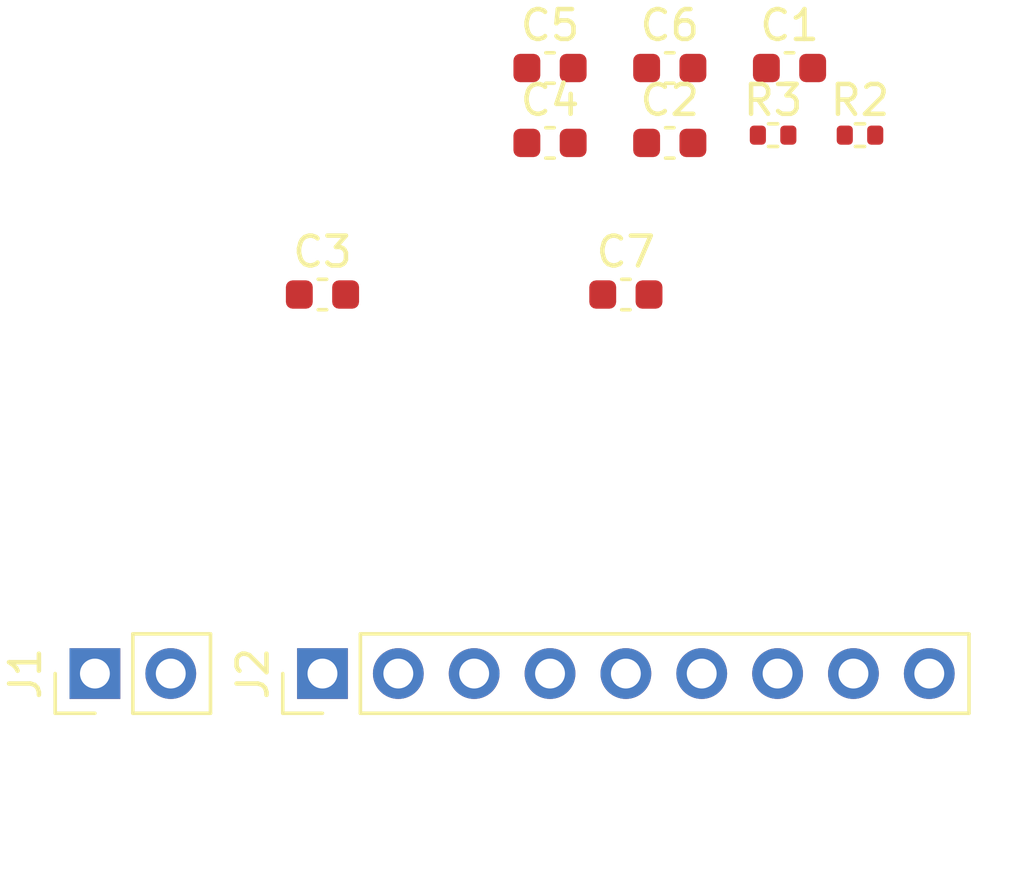
<source format=kicad_pcb>
(kicad_pcb (version 20211014) (generator pcbnew)
  (layers (0 "F.Cu" signal) (31 "B.Cu" signal) (34 "B.Paste" user) (35 "F.Paste" user) (36 "B.SilkS" user "B.Silkscreen") (37 "F.SilkS" user "F.Silkscreen") (38 "B.Mask" user) (39 "F.Mask" user) (44 "Edge.Cuts" user))
  (net 0 "")
  (net 1 "/IN+")
  (net 2 "/GND")
  (net 3 "/IN-")
  (net 4 "/SST")
  (net 5 "/V_TO_FET")
  (net 6 "/V_OUT")
  (net 7 "/3V3")
  (net 8 "/A1")
  (net 9 "/A0")
  (net 10 "/SDA")
  (net 11 "/SCL")
  (net 12 "/EN_STEF4S")
  (net 13 "/V_CP")
  (net 14 "/EN_FET")
  (footprint "Capacitor_SMD:C_0603_1608Metric" (layer "F.Cu") (at 106.68 109.22)
    (fp_text reference "C4" (at 0 -1.43) (layer "F.SilkS"))
    (fp_text value "C_Small")
    (fp_line (start -0.14058 -0.51) (end 0.14058 -0.51) (layer "F.SilkS") (width 0.12))
    (fp_line (start -0.14058 0.51) (end 0.14058 0.51) (layer "F.SilkS") (width 0.12))
    (pad "1" smd roundrect locked (at -0.775 0) (size 0.9 0.95) (layers "F.Cu" "F.Paste" "F.Mask") (net 4 "/SST"))
    (pad "2" smd roundrect locked (at 0.775 0) (size 0.9 0.95) (layers "F.Cu" "F.Paste" "F.Mask") (net 2 "/GND"))
  )
  (footprint "Capacitor_SMD:C_0603_1608Metric" (layer "F.Cu") (at 106.68 106.71)
    (fp_text reference "C5" (at 0 -1.43) (layer "F.SilkS"))
    (fp_text value "C_Small")
    (fp_line (start -0.14058 0.51) (end 0.14058 0.51) (layer "F.SilkS") (width 0.12))
    (fp_line (start -0.14058 -0.51) (end 0.14058 -0.51) (layer "F.SilkS") (width 0.12))
    (pad "1" smd roundrect locked (at -0.775 0) (size 0.9 0.95) (layers "F.Cu" "F.Paste" "F.Mask") (net 5 "/V_TO_FET"))
    (pad "2" smd roundrect locked (at 0.775 0) (size 0.9 0.95) (layers "F.Cu" "F.Paste" "F.Mask") (net 2 "/GND"))
  )
  (footprint "Resistor_SMD:R_0402_1005Metric" (layer "F.Cu") (at 114.15 108.96)
    (fp_text reference "R3" (at 0 -1.17) (layer "F.SilkS"))
    (fp_text value "R_Small")
    (fp_line (start -0.153641 0.38) (end 0.153641 0.38) (layer "F.SilkS") (width 0.12))
    (fp_line (start -0.153641 -0.38) (end 0.153641 -0.38) (layer "F.SilkS") (width 0.12))
    (pad "1" smd roundrect locked (at -0.51 0) (size 0.54 0.64) (layers "F.Cu" "F.Paste" "F.Mask") (net 7 "/3V3"))
    (pad "2" smd roundrect locked (at 0.51 0) (size 0.54 0.64) (layers "F.Cu" "F.Paste" "F.Mask") (net 11 "/SCL"))
  )
  (footprint "Capacitor_SMD:C_0603_1608Metric" (layer "F.Cu") (at 114.7 106.71)
    (fp_text reference "C1" (at 0 -1.43) (layer "F.SilkS"))
    (fp_text value "C_Small")
    (fp_line (start -0.14058 0.51) (end 0.14058 0.51) (layer "F.SilkS") (width 0.12))
    (fp_line (start -0.14058 -0.51) (end 0.14058 -0.51) (layer "F.SilkS") (width 0.12))
    (pad "1" smd roundrect locked (at -0.775 0) (size 0.9 0.95) (layers "F.Cu" "F.Paste" "F.Mask") (net 1 "/IN+"))
    (pad "2" smd roundrect locked (at 0.775 0) (size 0.9 0.95) (layers "F.Cu" "F.Paste" "F.Mask") (net 2 "/GND"))
  )
  (footprint "Capacitor_SMD:C_0603_1608Metric" (layer "F.Cu") (at 109.22 114.3)
    (fp_text reference "C7" (at 0 -1.43) (layer "F.SilkS"))
    (fp_text value "C_Small")
    (fp_line (start -0.14058 0.51) (end 0.14058 0.51) (layer "F.SilkS") (width 0.12))
    (fp_line (start -0.14058 -0.51) (end 0.14058 -0.51) (layer "F.SilkS") (width 0.12))
    (pad "1" smd roundrect locked (at -0.775 0) (size 0.9 0.95) (layers "F.Cu" "F.Paste" "F.Mask") (net 6 "/V_OUT"))
    (pad "2" smd roundrect locked (at 0.775 0) (size 0.9 0.95) (layers "F.Cu" "F.Paste" "F.Mask") (net 2 "/GND"))
  )
  (footprint "Capacitor_SMD:C_0603_1608Metric" (layer "F.Cu") (at 110.69 106.71)
    (fp_text reference "C6" (at 0 -1.43) (layer "F.SilkS"))
    (fp_text value "C_Small")
    (fp_line (start -0.14058 -0.51) (end 0.14058 -0.51) (layer "F.SilkS") (width 0.12))
    (fp_line (start -0.14058 0.51) (end 0.14058 0.51) (layer "F.SilkS") (width 0.12))
    (pad "1" smd roundrect locked (at -0.775 0) (size 0.9 0.95) (layers "F.Cu" "F.Paste" "F.Mask") (net 6 "/V_OUT"))
    (pad "2" smd roundrect locked (at 0.775 0) (size 0.9 0.95) (layers "F.Cu" "F.Paste" "F.Mask") (net 2 "/GND"))
  )
  (footprint "Capacitor_SMD:C_0603_1608Metric" (layer "F.Cu") (at 110.69 109.22)
    (fp_text reference "C2" (at 0 -1.43) (layer "F.SilkS"))
    (fp_text value "C_Small")
    (fp_line (start -0.14058 0.51) (end 0.14058 0.51) (layer "F.SilkS") (width 0.12))
    (fp_line (start -0.14058 -0.51) (end 0.14058 -0.51) (layer "F.SilkS") (width 0.12))
    (pad "1" smd roundrect locked (at -0.775 0) (size 0.9 0.95) (layers "F.Cu" "F.Paste" "F.Mask") (net 1 "/IN+"))
    (pad "2" smd roundrect locked (at 0.775 0) (size 0.9 0.95) (layers "F.Cu" "F.Paste" "F.Mask") (net 2 "/GND"))
  )
  (footprint "Connector_PinHeader_2.54mm:PinHeader_1x09_P2.54mm_Vertical" (layer "F.Cu") (at 99.06 127 90)
    (fp_text reference "J2" (at 0 -2.33 90) (layer "F.SilkS"))
    (fp_text value "Conn_01x09_Male")
    (fp_line (start -1.33 0) (end -1.33 -1.33) (layer "F.SilkS") (width 0.12))
    (fp_line (start -1.33 1.27) (end 1.33 1.27) (layer "F.SilkS") (width 0.12))
    (fp_line (start 1.33 1.27) (end 1.33 21.65) (layer "F.SilkS") (width 0.12))
    (fp_line (start -1.33 21.65) (end 1.33 21.65) (layer "F.SilkS") (width 0.12))
    (fp_line (start -1.33 -1.33) (end 0 -1.33) (layer "F.SilkS") (width 0.12))
    (fp_line (start -1.33 1.27) (end -1.33 21.65) (layer "F.SilkS") (width 0.12))
    (pad "1" thru_hole rect locked (at 0 0 90) (size 1.7 1.7) (drill 1) (layers *.Cu *.Mask) (net 7 "/3V3"))
    (pad "2" thru_hole oval locked (at 0 2.54 90) (size 1.7 1.7) (drill 1) (layers *.Cu *.Mask) (net 8 "/A1"))
    (pad "3" thru_hole oval locked (at 0 5.08 90) (size 1.7 1.7) (drill 1) (layers *.Cu *.Mask) (net 9 "/A0"))
    (pad "4" thru_hole oval locked (at 0 7.62 90) (size 1.7 1.7) (drill 1) (layers *.Cu *.Mask) (net 10 "/SDA"))
    (pad "5" thru_hole oval locked (at 0 10.16 90) (size 1.7 1.7) (drill 1) (layers *.Cu *.Mask) (net 11 "/SCL"))
    (pad "6" thru_hole oval locked (at 0 12.7 90) (size 1.7 1.7) (drill 1) (layers *.Cu *.Mask) (net 12 "/EN_STEF4S"))
    (pad "7" thru_hole oval locked (at 0 15.24 90) (size 1.7 1.7) (drill 1) (layers *.Cu *.Mask) (net 13 "/V_CP"))
    (pad "8" thru_hole oval locked (at 0 17.78 90) (size 1.7 1.7) (drill 1) (layers *.Cu *.Mask) (net 14 "/EN_FET"))
    (pad "9" thru_hole oval locked (at 0 20.32 90) (size 1.7 1.7) (drill 1) (layers *.Cu *.Mask) (net 2 "/GND"))
  )
  (footprint "Connector_PinHeader_2.54mm:PinHeader_1x02_P2.54mm_Vertical" (layer "F.Cu") (at 91.44 127 90)
    (fp_text reference "J1" (at 0 -2.33 90) (layer "F.SilkS"))
    (fp_text value "Conn_01x02_Male")
    (fp_line (start 1.33 1.27) (end 1.33 3.87) (layer "F.SilkS") (width 0.12))
    (fp_line (start -1.33 1.27) (end -1.33 3.87) (layer "F.SilkS") (width 0.12))
    (fp_line (start -1.33 -1.33) (end 0 -1.33) (layer "F.SilkS") (width 0.12))
    (fp_line (start -1.33 0) (end -1.33 -1.33) (layer "F.SilkS") (width 0.12))
    (fp_line (start -1.33 1.27) (end 1.33 1.27) (layer "F.SilkS") (width 0.12))
    (fp_line (start -1.33 3.87) (end 1.33 3.87) (layer "F.SilkS") (width 0.12))
    (pad "1" thru_hole rect locked (at 0 0 90) (size 1.7 1.7) (drill 1) (layers *.Cu *.Mask) (net 1 "/IN+"))
    (pad "2" thru_hole oval locked (at 0 2.54 90) (size 1.7 1.7) (drill 1) (layers *.Cu *.Mask) (net 6 "/V_OUT"))
  )
  (footprint "Resistor_SMD:R_0402_1005Metric" (layer "F.Cu") (at 117.06 108.96)
    (fp_text reference "R2" (at 0 -1.17) (layer "F.SilkS"))
    (fp_text value "R_Small")
    (fp_line (start -0.153641 0.38) (end 0.153641 0.38) (layer "F.SilkS") (width 0.12))
    (fp_line (start -0.153641 -0.38) (end 0.153641 -0.38) (layer "F.SilkS") (width 0.12))
    (pad "1" smd roundrect locked (at -0.51 0) (size 0.54 0.64) (layers "F.Cu" "F.Paste" "F.Mask") (net 7 "/3V3"))
    (pad "2" smd roundrect locked (at 0.51 0) (size 0.54 0.64) (layers "F.Cu" "F.Paste" "F.Mask") (net 10 "/SDA"))
  )
  (footprint "Capacitor_SMD:C_0603_1608Metric" (layer "F.Cu") (at 99.06 114.3)
    (fp_text reference "C3" (at 0 -1.43) (layer "F.SilkS"))
    (fp_text value "C_Small")
    (fp_line (start -0.14058 0.51) (end 0.14058 0.51) (layer "F.SilkS") (width 0.12))
    (fp_line (start -0.14058 -0.51) (end 0.14058 -0.51) (layer "F.SilkS") (width 0.12))
    (pad "1" smd roundrect locked (at -0.775 0) (size 0.9 0.95) (layers "F.Cu" "F.Paste" "F.Mask") (net 3 "/IN-"))
    (pad "2" smd roundrect locked (at 0.775 0) (size 0.9 0.95) (layers "F.Cu" "F.Paste" "F.Mask") (net 2 "/GND"))
  )
)
</source>
